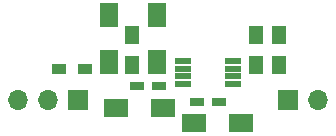
<source format=gts>
G04 #@! TF.GenerationSoftware,KiCad,Pcbnew,(5.1.6-0-10_14)*
G04 #@! TF.CreationDate,2021-04-27T10:54:01+09:00*
G04 #@! TF.ProjectId,qPCR-negative_voltage,71504352-2d6e-4656-9761-746976655f76,rev?*
G04 #@! TF.SameCoordinates,Original*
G04 #@! TF.FileFunction,Soldermask,Top*
G04 #@! TF.FilePolarity,Negative*
%FSLAX46Y46*%
G04 Gerber Fmt 4.6, Leading zero omitted, Abs format (unit mm)*
G04 Created by KiCad (PCBNEW (5.1.6-0-10_14)) date 2021-04-27 10:54:01*
%MOMM*%
%LPD*%
G01*
G04 APERTURE LIST*
%ADD10R,1.250000X1.500000*%
%ADD11R,1.200000X0.750000*%
%ADD12R,2.000000X1.600000*%
%ADD13R,1.600000X2.000000*%
%ADD14R,1.200000X0.900000*%
%ADD15R,1.700000X1.700000*%
%ADD16O,1.700000X1.700000*%
%ADD17R,1.470000X0.480000*%
G04 APERTURE END LIST*
D10*
X138800000Y-92750000D03*
X138800000Y-90250000D03*
X136900000Y-90250000D03*
X136900000Y-92750000D03*
D11*
X133750000Y-95900000D03*
X131850000Y-95900000D03*
D12*
X135600000Y-97700000D03*
X131600000Y-97700000D03*
D11*
X126750000Y-94500000D03*
X128650000Y-94500000D03*
D12*
X125000000Y-96400000D03*
X129000000Y-96400000D03*
D13*
X124400000Y-92500000D03*
X124400000Y-88500000D03*
D10*
X126400000Y-92750000D03*
X126400000Y-90250000D03*
D13*
X128500000Y-88500000D03*
X128500000Y-92500000D03*
D14*
X122400000Y-93100000D03*
X120200000Y-93100000D03*
D15*
X121800000Y-95700000D03*
D16*
X119260000Y-95700000D03*
X116720000Y-95700000D03*
D17*
X130650000Y-94375000D03*
X130650000Y-93725000D03*
X130650000Y-93075000D03*
X130650000Y-92425000D03*
X134950000Y-92425000D03*
X134950000Y-93075000D03*
X134950000Y-93725000D03*
X134950000Y-94375000D03*
D16*
X142120000Y-95700000D03*
D15*
X139580000Y-95700000D03*
M02*

</source>
